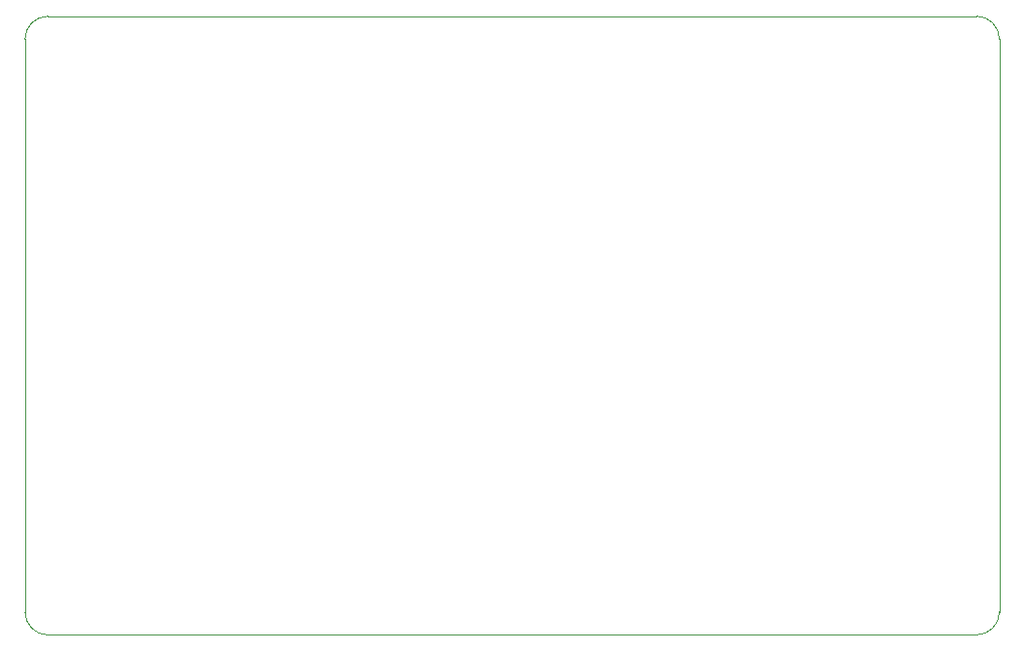
<source format=gm1>
G04 #@! TF.GenerationSoftware,KiCad,Pcbnew,7.0.1*
G04 #@! TF.CreationDate,2023-04-27T09:36:03+02:00*
G04 #@! TF.ProjectId,ET-Abschlussgadget_2023-rounded,45542d41-6273-4636-986c-757373676164,rev?*
G04 #@! TF.SameCoordinates,Original*
G04 #@! TF.FileFunction,Profile,NP*
%FSLAX46Y46*%
G04 Gerber Fmt 4.6, Leading zero omitted, Abs format (unit mm)*
G04 Created by KiCad (PCBNEW 7.0.1) date 2023-04-27 09:36:03*
%MOMM*%
%LPD*%
G01*
G04 APERTURE LIST*
G04 #@! TA.AperFunction,Profile*
%ADD10C,0.100000*%
G04 #@! TD*
G04 APERTURE END LIST*
D10*
X102000000Y-80000000D02*
G75*
G03*
X100000000Y-82000000I0J-2000000D01*
G01*
X185000000Y-82000000D02*
X185000000Y-132000000D01*
X183000000Y-134000000D02*
G75*
G03*
X185000000Y-132000000I0J2000000D01*
G01*
X100000000Y-132000000D02*
G75*
G03*
X102000000Y-134000000I2000000J0D01*
G01*
X102000000Y-80000000D02*
X183000000Y-80000000D01*
X183000000Y-134000000D02*
X102000000Y-134000000D01*
X100000000Y-132000000D02*
X100000000Y-82000000D01*
X185000000Y-82000000D02*
G75*
G03*
X183000000Y-80000000I-2000000J0D01*
G01*
M02*

</source>
